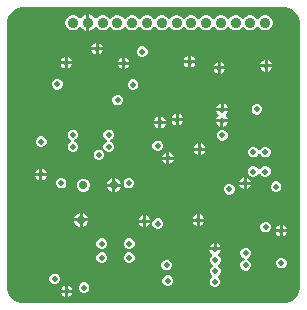
<source format=gbr>
%TF.GenerationSoftware,Altium Limited,Altium Designer,21.6.4 (81)*%
G04 Layer_Physical_Order=2*
G04 Layer_Color=36540*
%FSLAX43Y43*%
%MOMM*%
%TF.SameCoordinates,237B7D82-E972-44EC-B40D-EB97757C63C7*%
%TF.FilePolarity,Positive*%
%TF.FileFunction,Copper,L2,Inr,Signal*%
%TF.Part,Single*%
G01*
G75*
%TA.AperFunction,ComponentPad*%
%ADD29C,0.900*%
%ADD30C,0.500*%
%TA.AperFunction,ViaPad*%
%ADD31C,0.700*%
%ADD32C,0.500*%
G36*
X9600Y14951D02*
X9832Y14855D01*
X10040Y14716D01*
X10216Y14540D01*
X10355Y14332D01*
X10451Y14100D01*
X10500Y13855D01*
Y13730D01*
Y-8750D01*
Y-8873D01*
X10452Y-9115D01*
X10358Y-9342D01*
X10221Y-9547D01*
X10047Y-9721D01*
X9842Y-9858D01*
X9615Y-9952D01*
X9373Y-10000D01*
X-13123D01*
X-13365Y-9952D01*
X-13592Y-9858D01*
X-13797Y-9721D01*
X-13971Y-9547D01*
X-14108Y-9342D01*
X-14202Y-9115D01*
X-14250Y-8873D01*
Y-8750D01*
Y13750D01*
Y13873D01*
X-14202Y14115D01*
X-14108Y14342D01*
X-13971Y14547D01*
X-13797Y14721D01*
X-13592Y14858D01*
X-13365Y14952D01*
X-13123Y15000D01*
X9355D01*
X9600Y14951D01*
D02*
G37*
%LPC*%
G36*
X-7552Y14395D02*
X-7697Y14356D01*
X-7857Y14263D01*
X-7988Y14132D01*
X-8008Y14098D01*
X-8155D01*
X-8155Y14099D01*
X-8276Y14220D01*
X-8424Y14306D01*
X-8589Y14350D01*
X-8761D01*
X-8926Y14306D01*
X-9074Y14220D01*
X-9195Y14099D01*
X-9281Y13951D01*
X-9325Y13786D01*
Y13614D01*
X-9281Y13449D01*
X-9195Y13301D01*
X-9074Y13180D01*
X-8926Y13094D01*
X-8761Y13050D01*
X-8589D01*
X-8424Y13094D01*
X-8276Y13180D01*
X-8155Y13301D01*
X-8155Y13302D01*
X-8008D01*
X-7988Y13268D01*
X-7857Y13137D01*
X-7697Y13044D01*
X-7552Y13005D01*
Y13700D01*
Y14395D01*
D02*
G37*
G36*
X-7298Y14395D02*
Y13700D01*
Y13005D01*
X-7153Y13044D01*
X-6993Y13137D01*
X-6862Y13268D01*
X-6842Y13302D01*
X-6695D01*
X-6695Y13301D01*
X-6574Y13180D01*
X-6426Y13094D01*
X-6261Y13050D01*
X-6089D01*
X-5924Y13094D01*
X-5776Y13180D01*
X-5655Y13301D01*
X-5623Y13356D01*
X-5477D01*
X-5445Y13301D01*
X-5324Y13180D01*
X-5176Y13094D01*
X-5011Y13050D01*
X-4839D01*
X-4674Y13094D01*
X-4526Y13180D01*
X-4405Y13301D01*
X-4373Y13356D01*
X-4227D01*
X-4195Y13301D01*
X-4074Y13180D01*
X-3926Y13094D01*
X-3761Y13050D01*
X-3589D01*
X-3424Y13094D01*
X-3276Y13180D01*
X-3155Y13301D01*
X-3123Y13356D01*
X-2977D01*
X-2945Y13301D01*
X-2824Y13180D01*
X-2676Y13094D01*
X-2511Y13050D01*
X-2339D01*
X-2174Y13094D01*
X-2026Y13180D01*
X-1905Y13301D01*
X-1873Y13356D01*
X-1727D01*
X-1695Y13301D01*
X-1574Y13180D01*
X-1426Y13094D01*
X-1261Y13050D01*
X-1089D01*
X-924Y13094D01*
X-776Y13180D01*
X-655Y13301D01*
X-623Y13356D01*
X-477D01*
X-445Y13301D01*
X-324Y13180D01*
X-176Y13094D01*
X-11Y13050D01*
X161D01*
X326Y13094D01*
X474Y13180D01*
X595Y13301D01*
X627Y13356D01*
X773D01*
X805Y13301D01*
X926Y13180D01*
X1074Y13094D01*
X1239Y13050D01*
X1411D01*
X1576Y13094D01*
X1724Y13180D01*
X1845Y13301D01*
X1877Y13356D01*
X2023D01*
X2055Y13301D01*
X2176Y13180D01*
X2324Y13094D01*
X2489Y13050D01*
X2661D01*
X2826Y13094D01*
X2974Y13180D01*
X3095Y13301D01*
X3127Y13356D01*
X3273D01*
X3305Y13301D01*
X3426Y13180D01*
X3574Y13094D01*
X3739Y13050D01*
X3911D01*
X4076Y13094D01*
X4224Y13180D01*
X4345Y13301D01*
X4377Y13356D01*
X4523D01*
X4555Y13301D01*
X4676Y13180D01*
X4824Y13094D01*
X4989Y13050D01*
X5161D01*
X5326Y13094D01*
X5474Y13180D01*
X5595Y13301D01*
X5627Y13356D01*
X5773D01*
X5805Y13301D01*
X5926Y13180D01*
X6074Y13094D01*
X6239Y13050D01*
X6411D01*
X6576Y13094D01*
X6724Y13180D01*
X6845Y13301D01*
X6877Y13356D01*
X7023D01*
X7055Y13301D01*
X7176Y13180D01*
X7324Y13094D01*
X7489Y13050D01*
X7661D01*
X7826Y13094D01*
X7974Y13180D01*
X8095Y13301D01*
X8181Y13449D01*
X8225Y13614D01*
Y13786D01*
X8181Y13951D01*
X8095Y14099D01*
X7974Y14220D01*
X7826Y14306D01*
X7661Y14350D01*
X7489D01*
X7324Y14306D01*
X7176Y14220D01*
X7055Y14099D01*
X7023Y14044D01*
X6877D01*
X6845Y14099D01*
X6724Y14220D01*
X6576Y14306D01*
X6411Y14350D01*
X6239D01*
X6074Y14306D01*
X5926Y14220D01*
X5805Y14099D01*
X5773Y14044D01*
X5627D01*
X5595Y14099D01*
X5474Y14220D01*
X5326Y14306D01*
X5161Y14350D01*
X4989D01*
X4824Y14306D01*
X4676Y14220D01*
X4555Y14099D01*
X4523Y14044D01*
X4377D01*
X4345Y14099D01*
X4224Y14220D01*
X4076Y14306D01*
X3911Y14350D01*
X3739D01*
X3574Y14306D01*
X3426Y14220D01*
X3305Y14099D01*
X3273Y14044D01*
X3127D01*
X3095Y14099D01*
X2974Y14220D01*
X2826Y14306D01*
X2661Y14350D01*
X2489D01*
X2324Y14306D01*
X2176Y14220D01*
X2055Y14099D01*
X2023Y14044D01*
X1877D01*
X1845Y14099D01*
X1724Y14220D01*
X1576Y14306D01*
X1411Y14350D01*
X1239D01*
X1074Y14306D01*
X926Y14220D01*
X805Y14099D01*
X773Y14044D01*
X627D01*
X595Y14099D01*
X474Y14220D01*
X326Y14306D01*
X161Y14350D01*
X-11D01*
X-176Y14306D01*
X-324Y14220D01*
X-445Y14099D01*
X-477Y14044D01*
X-623D01*
X-655Y14099D01*
X-776Y14220D01*
X-924Y14306D01*
X-1089Y14350D01*
X-1261D01*
X-1426Y14306D01*
X-1574Y14220D01*
X-1695Y14099D01*
X-1727Y14044D01*
X-1873D01*
X-1905Y14099D01*
X-2026Y14220D01*
X-2174Y14306D01*
X-2339Y14350D01*
X-2511D01*
X-2676Y14306D01*
X-2824Y14220D01*
X-2945Y14099D01*
X-2977Y14044D01*
X-3123D01*
X-3155Y14099D01*
X-3276Y14220D01*
X-3424Y14306D01*
X-3589Y14350D01*
X-3761D01*
X-3926Y14306D01*
X-4074Y14220D01*
X-4195Y14099D01*
X-4227Y14044D01*
X-4373D01*
X-4405Y14099D01*
X-4526Y14220D01*
X-4674Y14306D01*
X-4839Y14350D01*
X-5011D01*
X-5176Y14306D01*
X-5324Y14220D01*
X-5445Y14099D01*
X-5477Y14044D01*
X-5623D01*
X-5655Y14099D01*
X-5776Y14220D01*
X-5924Y14306D01*
X-6089Y14350D01*
X-6261D01*
X-6426Y14306D01*
X-6574Y14220D01*
X-6695Y14099D01*
X-6695Y14098D01*
X-6842D01*
X-6862Y14132D01*
X-6993Y14263D01*
X-7153Y14356D01*
X-7298Y14395D01*
D02*
G37*
G36*
X-6523Y11993D02*
Y11627D01*
X-6157D01*
X-6223Y11785D01*
X-6365Y11927D01*
X-6523Y11993D01*
D02*
G37*
G36*
X-6777D02*
X-6935Y11927D01*
X-7077Y11785D01*
X-7143Y11627D01*
X-6777D01*
Y11993D01*
D02*
G37*
G36*
X-6157Y11373D02*
X-6523D01*
Y11007D01*
X-6365Y11073D01*
X-6223Y11215D01*
X-6157Y11373D01*
D02*
G37*
G36*
X-6777D02*
X-7143D01*
X-7077Y11215D01*
X-6935Y11073D01*
X-6777Y11007D01*
Y11373D01*
D02*
G37*
G36*
X-2735Y11700D02*
X-2915D01*
X-3080Y11631D01*
X-3206Y11505D01*
X-3275Y11340D01*
Y11160D01*
X-3206Y10995D01*
X-3080Y10869D01*
X-2915Y10800D01*
X-2735D01*
X-2570Y10869D01*
X-2444Y10995D01*
X-2375Y11160D01*
Y11340D01*
X-2444Y11505D01*
X-2570Y11631D01*
X-2735Y11700D01*
D02*
G37*
G36*
X1302Y10893D02*
Y10527D01*
X1668D01*
X1602Y10686D01*
X1460Y10827D01*
X1302Y10893D01*
D02*
G37*
G36*
X1048D02*
X890Y10827D01*
X748Y10686D01*
X682Y10527D01*
X1048D01*
Y10893D01*
D02*
G37*
G36*
X-9123Y10818D02*
Y10452D01*
X-8757D01*
X-8823Y10610D01*
X-8965Y10752D01*
X-9123Y10818D01*
D02*
G37*
G36*
X-9377D02*
X-9535Y10752D01*
X-9677Y10610D01*
X-9743Y10452D01*
X-9377D01*
Y10818D01*
D02*
G37*
G36*
X-4273Y10743D02*
Y10377D01*
X-3907D01*
X-3973Y10535D01*
X-4115Y10677D01*
X-4273Y10743D01*
D02*
G37*
G36*
X-4527D02*
X-4685Y10677D01*
X-4827Y10535D01*
X-4893Y10377D01*
X-4527D01*
Y10743D01*
D02*
G37*
G36*
X7802Y10543D02*
Y10177D01*
X8168D01*
X8102Y10335D01*
X7960Y10477D01*
X7802Y10543D01*
D02*
G37*
G36*
X7548D02*
X7390Y10477D01*
X7248Y10335D01*
X7182Y10177D01*
X7548D01*
Y10543D01*
D02*
G37*
G36*
X3827Y10368D02*
Y10002D01*
X4193D01*
X4127Y10160D01*
X3985Y10302D01*
X3827Y10368D01*
D02*
G37*
G36*
X3573D02*
X3414Y10302D01*
X3273Y10160D01*
X3207Y10002D01*
X3573D01*
Y10368D01*
D02*
G37*
G36*
X1668Y10273D02*
X1302D01*
Y9907D01*
X1460Y9973D01*
X1602Y10115D01*
X1668Y10273D01*
D02*
G37*
G36*
X1048D02*
X682D01*
X748Y10115D01*
X890Y9973D01*
X1048Y9907D01*
Y10273D01*
D02*
G37*
G36*
X-8757Y10198D02*
X-9123D01*
Y9832D01*
X-8965Y9898D01*
X-8823Y10040D01*
X-8757Y10198D01*
D02*
G37*
G36*
X-9377D02*
X-9743D01*
X-9677Y10040D01*
X-9535Y9898D01*
X-9377Y9832D01*
Y10198D01*
D02*
G37*
G36*
X-3907Y10123D02*
X-4273D01*
Y9757D01*
X-4115Y9823D01*
X-3973Y9965D01*
X-3907Y10123D01*
D02*
G37*
G36*
X-4527D02*
X-4893D01*
X-4827Y9965D01*
X-4685Y9823D01*
X-4527Y9757D01*
Y10123D01*
D02*
G37*
G36*
X8168Y9923D02*
X7802D01*
Y9557D01*
X7960Y9623D01*
X8102Y9765D01*
X8168Y9923D01*
D02*
G37*
G36*
X7548D02*
X7182D01*
X7248Y9765D01*
X7390Y9623D01*
X7548Y9557D01*
Y9923D01*
D02*
G37*
G36*
X4193Y9748D02*
X3827D01*
Y9382D01*
X3985Y9448D01*
X4127Y9590D01*
X4193Y9748D01*
D02*
G37*
G36*
X3573D02*
X3207D01*
X3273Y9590D01*
X3414Y9448D01*
X3573Y9382D01*
Y9748D01*
D02*
G37*
G36*
X-9935Y8925D02*
X-10115D01*
X-10280Y8856D01*
X-10406Y8730D01*
X-10475Y8565D01*
Y8385D01*
X-10406Y8220D01*
X-10280Y8094D01*
X-10115Y8025D01*
X-9935D01*
X-9770Y8094D01*
X-9644Y8220D01*
X-9575Y8385D01*
Y8565D01*
X-9644Y8730D01*
X-9770Y8856D01*
X-9935Y8925D01*
D02*
G37*
G36*
X-3510Y8900D02*
X-3690D01*
X-3855Y8831D01*
X-3981Y8705D01*
X-4050Y8540D01*
Y8360D01*
X-3981Y8195D01*
X-3855Y8069D01*
X-3690Y8000D01*
X-3510D01*
X-3345Y8069D01*
X-3219Y8195D01*
X-3150Y8360D01*
Y8540D01*
X-3219Y8705D01*
X-3345Y8831D01*
X-3510Y8900D01*
D02*
G37*
G36*
X-4810Y7600D02*
X-4990D01*
X-5155Y7531D01*
X-5281Y7405D01*
X-5350Y7240D01*
Y7060D01*
X-5281Y6895D01*
X-5155Y6769D01*
X-4990Y6700D01*
X-4810D01*
X-4645Y6769D01*
X-4519Y6895D01*
X-4450Y7060D01*
Y7240D01*
X-4519Y7405D01*
X-4645Y7531D01*
X-4810Y7600D01*
D02*
G37*
G36*
X4077Y6843D02*
Y6477D01*
X4443D01*
X4377Y6635D01*
X4235Y6777D01*
X4077Y6843D01*
D02*
G37*
G36*
X3823D02*
X3665Y6777D01*
X3523Y6635D01*
X3457Y6477D01*
X3823D01*
Y6843D01*
D02*
G37*
G36*
X6965Y6825D02*
X6785D01*
X6620Y6756D01*
X6494Y6630D01*
X6425Y6465D01*
Y6285D01*
X6494Y6120D01*
X6620Y5994D01*
X6785Y5925D01*
X6965D01*
X7130Y5994D01*
X7256Y6120D01*
X7325Y6285D01*
Y6465D01*
X7256Y6630D01*
X7130Y6756D01*
X6965Y6825D01*
D02*
G37*
G36*
X277Y5993D02*
Y5627D01*
X643D01*
X577Y5786D01*
X435Y5927D01*
X277Y5993D01*
D02*
G37*
G36*
X23D02*
X-135Y5927D01*
X-277Y5786D01*
X-343Y5627D01*
X23D01*
Y5993D01*
D02*
G37*
G36*
X4443Y6223D02*
X3457D01*
X3523Y6065D01*
X3627Y5960D01*
X3637Y5854D01*
X3617Y5805D01*
X3498Y5686D01*
X3432Y5527D01*
X4418D01*
X4352Y5686D01*
X4248Y5790D01*
X4238Y5896D01*
X4258Y5945D01*
X4377Y6065D01*
X4443Y6223D01*
D02*
G37*
G36*
X-1223Y5743D02*
Y5377D01*
X-857D01*
X-923Y5535D01*
X-1065Y5677D01*
X-1223Y5743D01*
D02*
G37*
G36*
X-1477D02*
X-1635Y5677D01*
X-1777Y5535D01*
X-1843Y5377D01*
X-1477D01*
Y5743D01*
D02*
G37*
G36*
X643Y5373D02*
X277D01*
Y5007D01*
X435Y5073D01*
X577Y5215D01*
X643Y5373D01*
D02*
G37*
G36*
X23D02*
X-343D01*
X-277Y5215D01*
X-135Y5073D01*
X23Y5007D01*
Y5373D01*
D02*
G37*
G36*
X4418Y5273D02*
X4052D01*
Y4907D01*
X4210Y4973D01*
X4352Y5115D01*
X4418Y5273D01*
D02*
G37*
G36*
X3798D02*
X3432D01*
X3498Y5115D01*
X3640Y4973D01*
X3798Y4907D01*
Y5273D01*
D02*
G37*
G36*
X-857Y5123D02*
X-1223D01*
Y4757D01*
X-1065Y4823D01*
X-923Y4965D01*
X-857Y5123D01*
D02*
G37*
G36*
X-1477D02*
X-1843D01*
X-1777Y4965D01*
X-1635Y4823D01*
X-1477Y4757D01*
Y5123D01*
D02*
G37*
G36*
X4040Y4600D02*
X3860D01*
X3695Y4531D01*
X3569Y4405D01*
X3500Y4240D01*
Y4060D01*
X3569Y3895D01*
X3695Y3769D01*
X3860Y3700D01*
X4040D01*
X4205Y3769D01*
X4331Y3895D01*
X4400Y4060D01*
Y4240D01*
X4331Y4405D01*
X4205Y4531D01*
X4040Y4600D01*
D02*
G37*
G36*
X-11285Y4075D02*
X-11465D01*
X-11630Y4006D01*
X-11756Y3880D01*
X-11825Y3715D01*
Y3535D01*
X-11756Y3370D01*
X-11630Y3244D01*
X-11465Y3175D01*
X-11285D01*
X-11120Y3244D01*
X-10994Y3370D01*
X-10925Y3535D01*
Y3715D01*
X-10994Y3880D01*
X-11120Y4006D01*
X-11285Y4075D01*
D02*
G37*
G36*
X2152Y3493D02*
Y3127D01*
X2518D01*
X2452Y3285D01*
X2310Y3427D01*
X2152Y3493D01*
D02*
G37*
G36*
X1898D02*
X1740Y3427D01*
X1598Y3285D01*
X1532Y3127D01*
X1898D01*
Y3493D01*
D02*
G37*
G36*
X7690Y3200D02*
X7510D01*
X7345Y3131D01*
X7219Y3005D01*
X7150Y2840D01*
X7025D01*
X6956Y3005D01*
X6830Y3131D01*
X6665Y3200D01*
X6485D01*
X6320Y3131D01*
X6194Y3005D01*
X6125Y2840D01*
Y2660D01*
X6194Y2495D01*
X6320Y2369D01*
X6485Y2300D01*
X6665D01*
X6830Y2369D01*
X6956Y2495D01*
X7025Y2660D01*
X7150D01*
X7219Y2495D01*
X7345Y2369D01*
X7510Y2300D01*
X7690D01*
X7855Y2369D01*
X7981Y2495D01*
X8050Y2660D01*
Y2840D01*
X7981Y3005D01*
X7855Y3131D01*
X7690Y3200D01*
D02*
G37*
G36*
X-1435Y3725D02*
X-1615D01*
X-1780Y3656D01*
X-1906Y3530D01*
X-1975Y3365D01*
Y3185D01*
X-1906Y3020D01*
X-1780Y2894D01*
X-1615Y2825D01*
X-1435D01*
X-1270Y2894D01*
X-1144Y3020D01*
X-1075Y3185D01*
Y3365D01*
X-1144Y3530D01*
X-1270Y3656D01*
X-1435Y3725D01*
D02*
G37*
G36*
X-5585Y4650D02*
X-5765D01*
X-5930Y4581D01*
X-6056Y4455D01*
X-6125Y4290D01*
Y4110D01*
X-6056Y3945D01*
X-5930Y3819D01*
X-5806Y3767D01*
Y3633D01*
X-5930Y3581D01*
X-6056Y3455D01*
X-6125Y3290D01*
Y3110D01*
X-6056Y2945D01*
X-5930Y2819D01*
X-5765Y2750D01*
X-5585D01*
X-5420Y2819D01*
X-5294Y2945D01*
X-5225Y3110D01*
Y3290D01*
X-5294Y3455D01*
X-5420Y3581D01*
X-5544Y3633D01*
Y3767D01*
X-5420Y3819D01*
X-5294Y3945D01*
X-5225Y4110D01*
Y4290D01*
X-5294Y4455D01*
X-5420Y4581D01*
X-5585Y4650D01*
D02*
G37*
G36*
X-8610D02*
X-8790D01*
X-8955Y4581D01*
X-9081Y4455D01*
X-9150Y4290D01*
Y4110D01*
X-9081Y3945D01*
X-8955Y3819D01*
X-8831Y3767D01*
Y3633D01*
X-8955Y3581D01*
X-9081Y3455D01*
X-9150Y3290D01*
Y3110D01*
X-9081Y2945D01*
X-8955Y2819D01*
X-8790Y2750D01*
X-8610D01*
X-8445Y2819D01*
X-8319Y2945D01*
X-8250Y3110D01*
Y3290D01*
X-8319Y3455D01*
X-8445Y3581D01*
X-8569Y3633D01*
Y3767D01*
X-8445Y3819D01*
X-8319Y3945D01*
X-8250Y4110D01*
Y4290D01*
X-8319Y4455D01*
X-8445Y4581D01*
X-8610Y4650D01*
D02*
G37*
G36*
X2518Y2873D02*
X2152D01*
Y2507D01*
X2310Y2573D01*
X2452Y2715D01*
X2518Y2873D01*
D02*
G37*
G36*
X1898D02*
X1532D01*
X1598Y2715D01*
X1740Y2573D01*
X1898Y2507D01*
Y2873D01*
D02*
G37*
G36*
X-523Y2718D02*
Y2352D01*
X-157D01*
X-223Y2510D01*
X-365Y2652D01*
X-523Y2718D01*
D02*
G37*
G36*
X-777D02*
X-935Y2652D01*
X-1077Y2510D01*
X-1143Y2352D01*
X-777D01*
Y2718D01*
D02*
G37*
G36*
X-6410Y2950D02*
X-6590D01*
X-6755Y2881D01*
X-6881Y2755D01*
X-6950Y2590D01*
Y2410D01*
X-6881Y2245D01*
X-6755Y2119D01*
X-6590Y2050D01*
X-6410D01*
X-6245Y2119D01*
X-6119Y2245D01*
X-6050Y2410D01*
Y2590D01*
X-6119Y2755D01*
X-6245Y2881D01*
X-6410Y2950D01*
D02*
G37*
G36*
X-157Y2098D02*
X-523D01*
Y1732D01*
X-365Y1798D01*
X-223Y1940D01*
X-157Y2098D01*
D02*
G37*
G36*
X-777D02*
X-1143D01*
X-1077Y1940D01*
X-935Y1798D01*
X-777Y1732D01*
Y2098D01*
D02*
G37*
G36*
X7690Y1550D02*
X7510D01*
X7345Y1481D01*
X7219Y1355D01*
X7150Y1190D01*
X7025D01*
X6956Y1355D01*
X6830Y1481D01*
X6665Y1550D01*
X6485D01*
X6320Y1481D01*
X6194Y1355D01*
X6125Y1190D01*
Y1010D01*
X6194Y845D01*
X6320Y719D01*
X6485Y650D01*
X6665D01*
X6830Y719D01*
X6956Y845D01*
X7025Y1010D01*
X7150D01*
X7219Y845D01*
X7345Y719D01*
X7510Y650D01*
X7690D01*
X7855Y719D01*
X7981Y845D01*
X8050Y1010D01*
Y1190D01*
X7981Y1355D01*
X7855Y1481D01*
X7690Y1550D01*
D02*
G37*
G36*
X-11273Y1343D02*
Y977D01*
X-10907D01*
X-10973Y1135D01*
X-11115Y1277D01*
X-11273Y1343D01*
D02*
G37*
G36*
X-11527D02*
X-11685Y1277D01*
X-11827Y1135D01*
X-11893Y977D01*
X-11527D01*
Y1343D01*
D02*
G37*
G36*
X-10907Y723D02*
X-11273D01*
Y357D01*
X-11115Y423D01*
X-10973Y565D01*
X-10907Y723D01*
D02*
G37*
G36*
X-11527D02*
X-11893D01*
X-11827Y565D01*
X-11685Y423D01*
X-11527Y357D01*
Y723D01*
D02*
G37*
G36*
X6002Y593D02*
Y227D01*
X6368D01*
X6302Y385D01*
X6160Y527D01*
X6002Y593D01*
D02*
G37*
G36*
X5748D02*
X5590Y527D01*
X5448Y385D01*
X5382Y227D01*
X5748D01*
Y593D01*
D02*
G37*
G36*
X-5123Y551D02*
Y77D01*
X-4649D01*
X-4738Y292D01*
X-4908Y462D01*
X-5123Y551D01*
D02*
G37*
G36*
X-5377D02*
X-5592Y462D01*
X-5762Y292D01*
X-5851Y77D01*
X-5377D01*
Y551D01*
D02*
G37*
G36*
X-3860Y575D02*
X-4040D01*
X-4205Y506D01*
X-4331Y380D01*
X-4400Y215D01*
Y35D01*
X-4331Y-130D01*
X-4205Y-256D01*
X-4040Y-325D01*
X-3860D01*
X-3695Y-256D01*
X-3569Y-130D01*
X-3500Y35D01*
Y215D01*
X-3569Y380D01*
X-3695Y506D01*
X-3860Y575D01*
D02*
G37*
G36*
X-9610D02*
X-9790D01*
X-9955Y506D01*
X-10081Y380D01*
X-10150Y215D01*
Y35D01*
X-10081Y-130D01*
X-9955Y-256D01*
X-9790Y-325D01*
X-9610D01*
X-9445Y-256D01*
X-9319Y-130D01*
X-9250Y35D01*
Y215D01*
X-9319Y380D01*
X-9445Y506D01*
X-9610Y575D01*
D02*
G37*
G36*
X6368Y-27D02*
X6002D01*
Y-393D01*
X6160Y-327D01*
X6302Y-185D01*
X6368Y-27D01*
D02*
G37*
G36*
X5748D02*
X5382D01*
X5448Y-185D01*
X5590Y-327D01*
X5748Y-393D01*
Y-27D01*
D02*
G37*
G36*
X-7691Y500D02*
X-7909D01*
X-8112Y416D01*
X-8266Y262D01*
X-8350Y59D01*
Y-159D01*
X-8266Y-362D01*
X-8112Y-516D01*
X-7909Y-600D01*
X-7691D01*
X-7488Y-516D01*
X-7334Y-362D01*
X-7250Y-159D01*
Y59D01*
X-7334Y262D01*
X-7488Y416D01*
X-7691Y500D01*
D02*
G37*
G36*
X8590Y275D02*
X8410D01*
X8245Y206D01*
X8119Y80D01*
X8050Y-85D01*
Y-265D01*
X8119Y-430D01*
X8245Y-556D01*
X8410Y-625D01*
X8590D01*
X8755Y-556D01*
X8881Y-430D01*
X8950Y-265D01*
Y-85D01*
X8881Y80D01*
X8755Y206D01*
X8590Y275D01*
D02*
G37*
G36*
X-4649Y-177D02*
X-5123D01*
Y-651D01*
X-4908Y-562D01*
X-4738Y-392D01*
X-4649Y-177D01*
D02*
G37*
G36*
X-5377D02*
X-5851D01*
X-5762Y-392D01*
X-5592Y-562D01*
X-5377Y-651D01*
Y-177D01*
D02*
G37*
G36*
X4640Y50D02*
X4460D01*
X4295Y-19D01*
X4169Y-145D01*
X4100Y-310D01*
Y-490D01*
X4169Y-655D01*
X4295Y-781D01*
X4460Y-850D01*
X4640D01*
X4805Y-781D01*
X4931Y-655D01*
X5000Y-490D01*
Y-310D01*
X4931Y-145D01*
X4805Y-19D01*
X4640Y50D01*
D02*
G37*
G36*
X-7873Y-2399D02*
Y-2873D01*
X-7399D01*
X-7488Y-2658D01*
X-7658Y-2488D01*
X-7873Y-2399D01*
D02*
G37*
G36*
X-8127D02*
X-8342Y-2488D01*
X-8512Y-2658D01*
X-8601Y-2873D01*
X-8127D01*
Y-2399D01*
D02*
G37*
G36*
X2052Y-2532D02*
Y-2898D01*
X2418D01*
X2352Y-2740D01*
X2210Y-2598D01*
X2052Y-2532D01*
D02*
G37*
G36*
X1798D02*
X1640Y-2598D01*
X1498Y-2740D01*
X1432Y-2898D01*
X1798D01*
Y-2532D01*
D02*
G37*
G36*
X-2523Y-2607D02*
Y-2973D01*
X-2157D01*
X-2223Y-2815D01*
X-2365Y-2673D01*
X-2523Y-2607D01*
D02*
G37*
G36*
X-2777D02*
X-2935Y-2673D01*
X-3077Y-2815D01*
X-3143Y-2973D01*
X-2777D01*
Y-2607D01*
D02*
G37*
G36*
X2418Y-3152D02*
X2052D01*
Y-3518D01*
X2210Y-3452D01*
X2352Y-3310D01*
X2418Y-3152D01*
D02*
G37*
G36*
X1798D02*
X1432D01*
X1498Y-3310D01*
X1640Y-3452D01*
X1798Y-3518D01*
Y-3152D01*
D02*
G37*
G36*
X-2157Y-3227D02*
X-2523D01*
Y-3593D01*
X-2365Y-3527D01*
X-2223Y-3385D01*
X-2157Y-3227D01*
D02*
G37*
G36*
X-2777D02*
X-3143D01*
X-3077Y-3385D01*
X-2935Y-3527D01*
X-2777Y-3593D01*
Y-3227D01*
D02*
G37*
G36*
X-7399Y-3127D02*
X-7873D01*
Y-3601D01*
X-7658Y-3512D01*
X-7488Y-3342D01*
X-7399Y-3127D01*
D02*
G37*
G36*
X-8127D02*
X-8601D01*
X-8512Y-3342D01*
X-8342Y-3512D01*
X-8127Y-3601D01*
Y-3127D01*
D02*
G37*
G36*
X9077Y-3407D02*
Y-3773D01*
X9443D01*
X9377Y-3615D01*
X9236Y-3473D01*
X9077Y-3407D01*
D02*
G37*
G36*
X8823D02*
X8665Y-3473D01*
X8523Y-3615D01*
X8457Y-3773D01*
X8823D01*
Y-3407D01*
D02*
G37*
G36*
X-1435Y-2875D02*
X-1615D01*
X-1780Y-2944D01*
X-1906Y-3070D01*
X-1975Y-3236D01*
Y-3415D01*
X-1906Y-3580D01*
X-1780Y-3706D01*
X-1615Y-3775D01*
X-1435D01*
X-1270Y-3706D01*
X-1144Y-3580D01*
X-1075Y-3415D01*
Y-3236D01*
X-1144Y-3070D01*
X-1270Y-2944D01*
X-1435Y-2875D01*
D02*
G37*
G36*
X7715Y-3150D02*
X7535D01*
X7370Y-3219D01*
X7244Y-3345D01*
X7175Y-3510D01*
Y-3690D01*
X7244Y-3855D01*
X7370Y-3981D01*
X7535Y-4050D01*
X7715D01*
X7880Y-3981D01*
X8006Y-3855D01*
X8075Y-3690D01*
Y-3510D01*
X8006Y-3345D01*
X7880Y-3219D01*
X7715Y-3150D01*
D02*
G37*
G36*
X9443Y-4027D02*
X9077D01*
Y-4393D01*
X9236Y-4327D01*
X9377Y-4185D01*
X9443Y-4027D01*
D02*
G37*
G36*
X8823D02*
X8457D01*
X8523Y-4185D01*
X8665Y-4327D01*
X8823Y-4393D01*
Y-4027D01*
D02*
G37*
G36*
X3477Y-4957D02*
Y-5323D01*
X3843D01*
X3777Y-5165D01*
X3635Y-5023D01*
X3477Y-4957D01*
D02*
G37*
G36*
X3223D02*
X3065Y-5023D01*
X2923Y-5165D01*
X2857Y-5323D01*
X3223D01*
Y-4957D01*
D02*
G37*
G36*
X-3835Y-4550D02*
X-4015D01*
X-4180Y-4619D01*
X-4306Y-4745D01*
X-4375Y-4911D01*
Y-5090D01*
X-4306Y-5255D01*
X-4180Y-5381D01*
X-4015Y-5450D01*
X-3835D01*
X-3670Y-5381D01*
X-3544Y-5255D01*
X-3475Y-5090D01*
Y-4911D01*
X-3544Y-4745D01*
X-3670Y-4619D01*
X-3835Y-4550D01*
D02*
G37*
G36*
X-6160D02*
X-6339D01*
X-6505Y-4619D01*
X-6631Y-4745D01*
X-6700Y-4911D01*
Y-5090D01*
X-6631Y-5255D01*
X-6505Y-5381D01*
X-6339Y-5450D01*
X-6160D01*
X-5995Y-5381D01*
X-5869Y-5255D01*
X-5800Y-5090D01*
Y-4911D01*
X-5869Y-4745D01*
X-5995Y-4619D01*
X-6160Y-4550D01*
D02*
G37*
G36*
X-3835Y-5750D02*
X-4015D01*
X-4180Y-5819D01*
X-4306Y-5945D01*
X-4375Y-6110D01*
Y-6290D01*
X-4306Y-6455D01*
X-4180Y-6582D01*
X-4015Y-6650D01*
X-3835D01*
X-3670Y-6582D01*
X-3544Y-6455D01*
X-3475Y-6290D01*
Y-6110D01*
X-3544Y-5945D01*
X-3670Y-5819D01*
X-3835Y-5750D01*
D02*
G37*
G36*
X-6160D02*
X-6339D01*
X-6505Y-5819D01*
X-6631Y-5945D01*
X-6700Y-6110D01*
Y-6290D01*
X-6631Y-6455D01*
X-6505Y-6582D01*
X-6339Y-6650D01*
X-6160D01*
X-5995Y-6582D01*
X-5869Y-6455D01*
X-5800Y-6290D01*
Y-6110D01*
X-5869Y-5945D01*
X-5995Y-5819D01*
X-6160Y-5750D01*
D02*
G37*
G36*
X9040Y-6200D02*
X8860D01*
X8695Y-6269D01*
X8569Y-6395D01*
X8500Y-6560D01*
Y-6740D01*
X8569Y-6905D01*
X8695Y-7031D01*
X8860Y-7100D01*
X9040D01*
X9205Y-7031D01*
X9331Y-6905D01*
X9400Y-6740D01*
Y-6560D01*
X9331Y-6395D01*
X9205Y-6269D01*
X9040Y-6200D01*
D02*
G37*
G36*
X-660Y-6375D02*
X-840D01*
X-1005Y-6444D01*
X-1131Y-6570D01*
X-1200Y-6735D01*
Y-6915D01*
X-1131Y-7080D01*
X-1005Y-7206D01*
X-840Y-7275D01*
X-660D01*
X-495Y-7206D01*
X-369Y-7080D01*
X-300Y-6915D01*
Y-6735D01*
X-369Y-6570D01*
X-495Y-6444D01*
X-660Y-6375D01*
D02*
G37*
G36*
X6015Y-5375D02*
X5835D01*
X5670Y-5444D01*
X5544Y-5570D01*
X5475Y-5735D01*
Y-5915D01*
X5544Y-6080D01*
X5670Y-6207D01*
X5835Y-6275D01*
Y-6400D01*
X5670Y-6469D01*
X5544Y-6595D01*
X5475Y-6760D01*
Y-6940D01*
X5544Y-7105D01*
X5670Y-7231D01*
X5835Y-7300D01*
X6015D01*
X6180Y-7231D01*
X6306Y-7105D01*
X6375Y-6940D01*
Y-6760D01*
X6306Y-6595D01*
X6180Y-6469D01*
X6015Y-6400D01*
Y-6275D01*
X6180Y-6207D01*
X6306Y-6080D01*
X6375Y-5915D01*
Y-5735D01*
X6306Y-5570D01*
X6180Y-5444D01*
X6015Y-5375D01*
D02*
G37*
G36*
X-10160Y-7550D02*
X-10340D01*
X-10505Y-7619D01*
X-10631Y-7745D01*
X-10700Y-7910D01*
Y-8090D01*
X-10631Y-8255D01*
X-10505Y-8381D01*
X-10340Y-8450D01*
X-10160D01*
X-9995Y-8381D01*
X-9869Y-8255D01*
X-9800Y-8090D01*
Y-7910D01*
X-9869Y-7745D01*
X-9995Y-7619D01*
X-10160Y-7550D01*
D02*
G37*
G36*
X-586Y-7700D02*
X-765D01*
X-930Y-7769D01*
X-1056Y-7895D01*
X-1125Y-8061D01*
Y-8240D01*
X-1056Y-8405D01*
X-930Y-8531D01*
X-765Y-8600D01*
X-586D01*
X-420Y-8531D01*
X-294Y-8405D01*
X-225Y-8240D01*
Y-8061D01*
X-294Y-7895D01*
X-420Y-7769D01*
X-586Y-7700D01*
D02*
G37*
G36*
X3843Y-5577D02*
X2857D01*
X2923Y-5735D01*
X3065Y-5877D01*
X3084Y-5885D01*
X3095Y-6019D01*
X2969Y-6145D01*
X2900Y-6310D01*
Y-6490D01*
X2969Y-6655D01*
X3095Y-6781D01*
X3125Y-6794D01*
Y-6931D01*
X3095Y-6944D01*
X2969Y-7070D01*
X2900Y-7235D01*
Y-7415D01*
X2969Y-7580D01*
X3095Y-7706D01*
X3112Y-7714D01*
Y-7851D01*
X3070Y-7869D01*
X2944Y-7995D01*
X2875Y-8160D01*
Y-8340D01*
X2944Y-8505D01*
X3070Y-8631D01*
X3235Y-8700D01*
X3415D01*
X3580Y-8631D01*
X3706Y-8505D01*
X3775Y-8340D01*
Y-8160D01*
X3706Y-7995D01*
X3580Y-7869D01*
X3563Y-7861D01*
Y-7724D01*
X3605Y-7706D01*
X3731Y-7580D01*
X3800Y-7415D01*
Y-7235D01*
X3731Y-7070D01*
X3605Y-6944D01*
X3575Y-6931D01*
Y-6794D01*
X3605Y-6781D01*
X3731Y-6655D01*
X3800Y-6490D01*
Y-6310D01*
X3731Y-6145D01*
X3605Y-6019D01*
X3616Y-5885D01*
X3635Y-5877D01*
X3777Y-5735D01*
X3843Y-5577D01*
D02*
G37*
G36*
X-9098Y-8557D02*
Y-8923D01*
X-8732D01*
X-8798Y-8765D01*
X-8940Y-8623D01*
X-9098Y-8557D01*
D02*
G37*
G36*
X-9352D02*
X-9510Y-8623D01*
X-9652Y-8765D01*
X-9718Y-8923D01*
X-9352D01*
Y-8557D01*
D02*
G37*
G36*
X-7660Y-8275D02*
X-7840D01*
X-8005Y-8344D01*
X-8131Y-8470D01*
X-8200Y-8635D01*
Y-8815D01*
X-8131Y-8980D01*
X-8005Y-9106D01*
X-7840Y-9175D01*
X-7660D01*
X-7495Y-9106D01*
X-7369Y-8980D01*
X-7300Y-8815D01*
Y-8635D01*
X-7369Y-8470D01*
X-7495Y-8344D01*
X-7660Y-8275D01*
D02*
G37*
G36*
X-8732Y-9177D02*
X-9098D01*
Y-9543D01*
X-8940Y-9477D01*
X-8798Y-9335D01*
X-8732Y-9177D01*
D02*
G37*
G36*
X-9352D02*
X-9718D01*
X-9652Y-9335D01*
X-9510Y-9477D01*
X-9352Y-9543D01*
Y-9177D01*
D02*
G37*
%LPD*%
D29*
X-8675Y13700D02*
D03*
X-7425D02*
D03*
X-6175D02*
D03*
X-4925D02*
D03*
X-3675D02*
D03*
X-2425D02*
D03*
X-1175D02*
D03*
X75D02*
D03*
X1325D02*
D03*
X2575D02*
D03*
X3825D02*
D03*
X5075D02*
D03*
X6325D02*
D03*
X7575D02*
D03*
D30*
X-1525Y3275D02*
D03*
Y-3325D02*
D03*
D31*
X-7800Y-50D02*
D03*
X-5250Y-50D02*
D03*
X-8000Y-3000D02*
D03*
D32*
X-2650Y-3100D02*
D03*
X-9700Y125D02*
D03*
X-6500Y2500D02*
D03*
X-11375Y3625D02*
D03*
X3950Y4150D02*
D03*
X-2825Y11250D02*
D03*
X-4900Y7150D02*
D03*
X-4400Y10250D02*
D03*
X-6650Y11500D02*
D03*
X-10250Y-8000D02*
D03*
X7675Y10050D02*
D03*
X8500Y-175D02*
D03*
X7600Y1100D02*
D03*
X6575D02*
D03*
X7625Y-3600D02*
D03*
X3925Y5400D02*
D03*
X-9225Y-9050D02*
D03*
X3325Y-8250D02*
D03*
X2025Y3000D02*
D03*
X-650Y2225D02*
D03*
X-3950Y125D02*
D03*
X4550Y-400D02*
D03*
X-3600Y8450D02*
D03*
X1925Y-3025D02*
D03*
X-10025Y8475D02*
D03*
X-1350Y5250D02*
D03*
X150Y5500D02*
D03*
X-9250Y10325D02*
D03*
X-5675Y4200D02*
D03*
X1175Y10400D02*
D03*
X3700Y9875D02*
D03*
X3950Y6350D02*
D03*
X6875Y6375D02*
D03*
X-675Y-8150D02*
D03*
X-7750Y-8725D02*
D03*
X-750Y-6825D02*
D03*
X3350Y-7325D02*
D03*
Y-6400D02*
D03*
Y-5450D02*
D03*
X5875Y100D02*
D03*
X-5675Y3200D02*
D03*
X-8700Y4200D02*
D03*
Y3200D02*
D03*
X-11400Y850D02*
D03*
X8950Y-6650D02*
D03*
X8950Y-3900D02*
D03*
X6575Y2750D02*
D03*
X7600D02*
D03*
X5925Y-6850D02*
D03*
Y-5825D02*
D03*
X-6250Y-5000D02*
D03*
Y-6200D02*
D03*
X-3925D02*
D03*
Y-5000D02*
D03*
%TF.MD5,4d359c2861c97041742213ed590b626e*%
M02*

</source>
